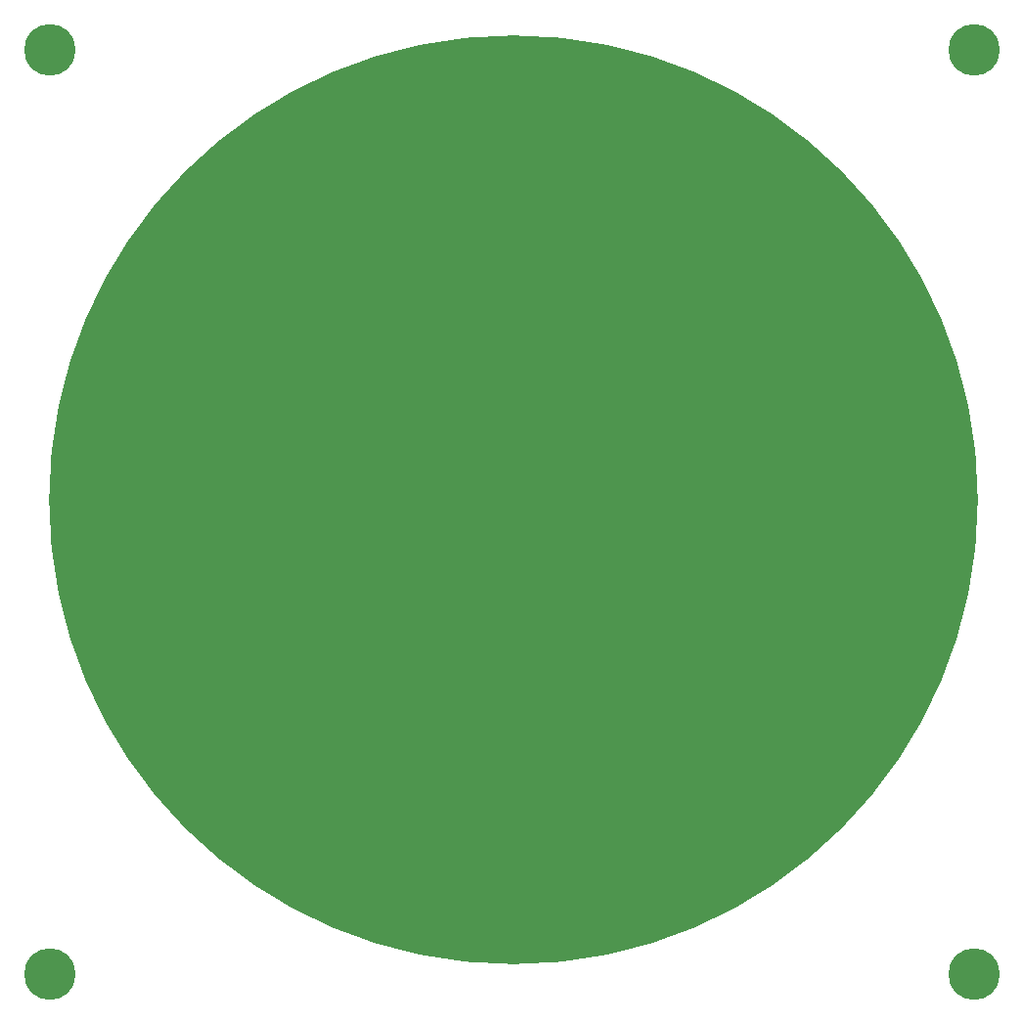
<source format=gbr>
G04 #@! TF.GenerationSoftware,KiCad,Pcbnew,5.0.0*
G04 #@! TF.CreationDate,2018-09-15T13:34:18-05:00*
G04 #@! TF.ProjectId,AntennaPcb,416E74656E6E615063622E6B69636164,rev?*
G04 #@! TF.SameCoordinates,Original*
G04 #@! TF.FileFunction,Soldermask,Top*
G04 #@! TF.FilePolarity,Negative*
%FSLAX46Y46*%
G04 Gerber Fmt 4.6, Leading zero omitted, Abs format (unit mm)*
G04 Created by KiCad (PCBNEW 5.0.0) date Sat Sep 15 13:34:18 2018*
%MOMM*%
%LPD*%
G01*
G04 APERTURE LIST*
%ADD10C,80.400000*%
%ADD11C,4.464000*%
G04 APERTURE END LIST*
D10*
G04 #@! TO.C,AE1*
X124599000Y-96130000D03*
G04 #@! TD*
D11*
G04 #@! TO.C,REF\002A\002A*
X164465000Y-57150000D03*
G04 #@! TD*
G04 #@! TO.C,REF\002A\002A*
X84455000Y-57150000D03*
G04 #@! TD*
G04 #@! TO.C,REF\002A\002A*
X84455000Y-137160000D03*
G04 #@! TD*
G04 #@! TO.C,REF\002A\002A*
X164465000Y-137160000D03*
G04 #@! TD*
M02*

</source>
